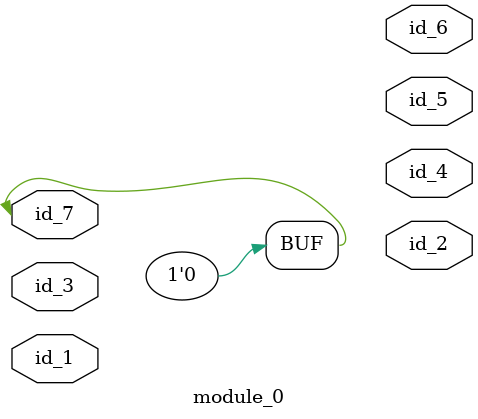
<source format=v>
`timescale 1 ps / 1ps
module module_0 (
    id_1,
    id_2,
    id_3,
    id_4,
    id_5,
    id_6,
    id_7
);
  inout id_7;
  output id_6;
  output id_5;
  output id_4;
  input id_3;
  output id_2;
  input id_1;
  assign id_7 = 1'b0;
endmodule

</source>
